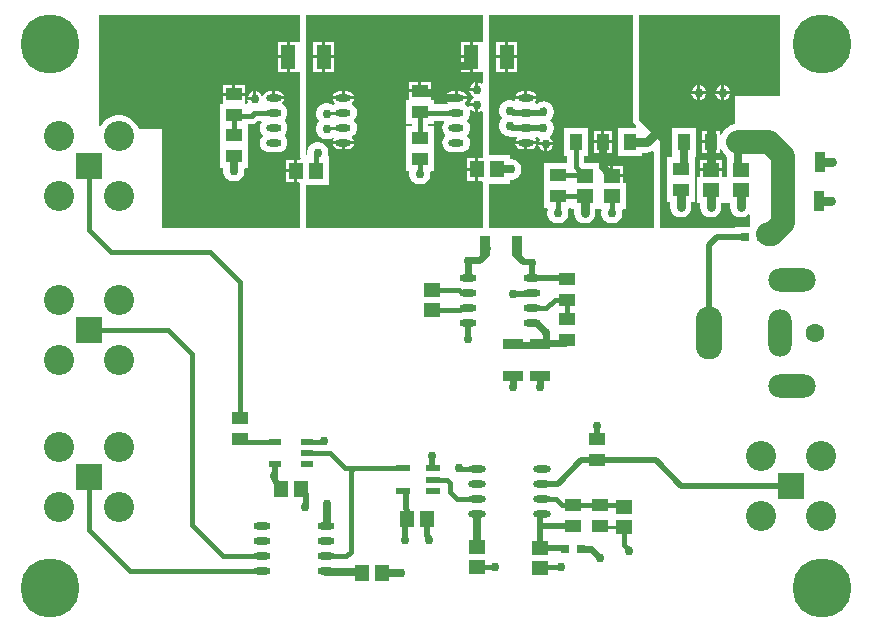
<source format=gtl>
G04*
G04 #@! TF.GenerationSoftware,Altium Limited,Altium Designer,21.9.2 (33)*
G04*
G04 Layer_Physical_Order=1*
G04 Layer_Color=255*
%FSLAX25Y25*%
%MOIN*%
G70*
G04*
G04 #@! TF.SameCoordinates,5B497BFC-61BE-4FA5-8299-24AFF7FDC4DC*
G04*
G04*
G04 #@! TF.FilePolarity,Positive*
G04*
G01*
G75*
%ADD15R,0.02559X0.02756*%
%ADD16R,0.03642X0.06693*%
%ADD17R,0.06693X0.03642*%
%ADD18R,0.05512X0.04724*%
%ADD19R,0.04724X0.05512*%
%ADD20R,0.05315X0.03937*%
%ADD21R,0.03937X0.05512*%
%ADD22R,0.12795X0.05512*%
%ADD23O,0.05709X0.02362*%
%ADD24R,0.03937X0.02362*%
%ADD25R,0.04921X0.02362*%
%ADD26O,0.05906X0.02362*%
%ADD27R,0.04921X0.07874*%
%ADD28O,0.05118X0.02362*%
%ADD48C,0.03000*%
%ADD49C,0.02200*%
%ADD50C,0.01500*%
%ADD51C,0.02000*%
%ADD52C,0.08000*%
%ADD53C,0.02500*%
%ADD54C,0.01000*%
%ADD55R,0.08858X0.08858*%
%ADD56C,0.10039*%
%ADD57C,0.19685*%
%ADD58O,0.08858X0.17717*%
%ADD59O,0.07874X0.15748*%
%ADD60O,0.15748X0.07874*%
%ADD61C,0.06299*%
%ADD62C,0.03000*%
G36*
X155961Y194165D02*
X155555Y193937D01*
X155461Y193937D01*
X152594D01*
Y189000D01*
X152094D01*
D01*
X152594D01*
Y184063D01*
X155461D01*
X155555Y184063D01*
X155961Y183835D01*
Y180228D01*
X155499Y180037D01*
X155416Y180119D01*
X154500Y180499D01*
Y178000D01*
X154000D01*
Y177500D01*
X151501D01*
X151881Y176584D01*
X152584Y175881D01*
X152899Y175750D01*
Y175250D01*
X152584Y175119D01*
X151881Y174416D01*
X151501Y173500D01*
X154000D01*
Y173000D01*
X154500D01*
Y170501D01*
X155416Y170881D01*
X155499Y170963D01*
X155961Y170772D01*
Y156256D01*
X156060Y155756D01*
X155707Y155256D01*
X154461D01*
Y151500D01*
Y147744D01*
X155707D01*
X156060Y147244D01*
X155961Y146744D01*
Y132000D01*
X97000D01*
Y146244D01*
X104709D01*
Y155756D01*
X104701D01*
X104396Y156153D01*
X104500Y156539D01*
Y157461D01*
X104262Y158351D01*
X103801Y159149D01*
X103149Y159801D01*
X102351Y160261D01*
X101461Y160500D01*
X100539D01*
X99649Y160261D01*
X98851Y159801D01*
X98199Y159149D01*
X97738Y158351D01*
X97500Y157461D01*
Y156629D01*
X97298Y156391D01*
X97067Y156222D01*
X97000Y156239D01*
Y203000D01*
X155961D01*
Y194165D01*
D02*
G37*
G36*
X255000Y176000D02*
X240000D01*
Y166539D01*
X239879Y166527D01*
X238748Y166184D01*
X237706Y165627D01*
X237392Y165370D01*
X237087D01*
Y165119D01*
X236792Y164877D01*
X236042Y163964D01*
X235485Y162921D01*
X235469Y162867D01*
X234968Y162941D01*
Y164370D01*
X232500D01*
Y160614D01*
Y156858D01*
X234968D01*
Y158287D01*
X235469Y158361D01*
X235485Y158307D01*
X236042Y157265D01*
X236792Y156351D01*
X236885Y156275D01*
X237087Y155858D01*
D01*
X237244Y155412D01*
Y149044D01*
X236756Y149016D01*
X236744Y149016D01*
X235756D01*
Y150847D01*
X228244D01*
Y149016D01*
X227244D01*
Y140291D01*
X228470D01*
Y139000D01*
X228500Y138771D01*
Y138539D01*
X228560Y138316D01*
X228590Y138086D01*
X228679Y137873D01*
X228738Y137649D01*
X228854Y137449D01*
X228943Y137235D01*
X229084Y137051D01*
X229199Y136851D01*
X229363Y136687D01*
X229504Y136504D01*
X229687Y136363D01*
X229851Y136199D01*
X230051Y136084D01*
X230235Y135943D01*
X230449Y135854D01*
X230649Y135739D01*
X230873Y135679D01*
X231086Y135590D01*
X231316Y135560D01*
X231539Y135500D01*
X231771D01*
X232000Y135470D01*
X232229Y135500D01*
X232461D01*
X232684Y135560D01*
X232914Y135590D01*
X233127Y135679D01*
X233351Y135739D01*
X233551Y135854D01*
X233765Y135943D01*
X233949Y136084D01*
X234149Y136199D01*
X234313Y136363D01*
X234496Y136504D01*
X234637Y136687D01*
X234801Y136851D01*
X234916Y137051D01*
X235057Y137235D01*
X235146Y137449D01*
X235262Y137649D01*
X235321Y137873D01*
X235410Y138086D01*
X235440Y138316D01*
X235500Y138539D01*
Y138771D01*
X235530Y139000D01*
Y140291D01*
X236744D01*
X236756Y140291D01*
X237244D01*
X237256Y140291D01*
X238470D01*
Y139000D01*
X238500Y138771D01*
Y138539D01*
X238560Y138316D01*
X238590Y138086D01*
X238679Y137873D01*
X238738Y137649D01*
X238854Y137449D01*
X238943Y137235D01*
X239084Y137051D01*
X239199Y136851D01*
X239363Y136687D01*
X239504Y136504D01*
X239687Y136363D01*
X239851Y136199D01*
X240051Y136084D01*
X240235Y135943D01*
X240449Y135854D01*
X240649Y135739D01*
X240873Y135679D01*
X241086Y135590D01*
X241316Y135560D01*
X241539Y135500D01*
X241771D01*
X242000Y135470D01*
X242229Y135500D01*
X242461D01*
X242684Y135560D01*
X242914Y135590D01*
X243127Y135679D01*
X243351Y135739D01*
X243551Y135854D01*
X243765Y135943D01*
X243949Y136084D01*
X244149Y136199D01*
X244313Y136363D01*
X244496Y136504D01*
X244500Y136509D01*
X245000Y136339D01*
Y132378D01*
X240063D01*
Y132026D01*
X234000D01*
X233803Y132000D01*
X215000D01*
X215000Y161000D01*
X208000Y168000D01*
Y203000D01*
X255000D01*
Y176000D01*
D02*
G37*
G36*
X205961Y168000D02*
X206116Y167220D01*
X206558Y166558D01*
X207000Y166116D01*
Y165370D01*
X201087D01*
Y155858D01*
X209024D01*
Y157084D01*
X210614D01*
X211528Y157204D01*
X212379Y157557D01*
X212512Y157659D01*
X212961Y157438D01*
X212961Y132000D01*
X158000D01*
Y146744D01*
X165016D01*
Y148000D01*
X165768D01*
X166658Y148239D01*
X167456Y148699D01*
X168108Y149351D01*
X168569Y150149D01*
X168807Y151039D01*
Y151961D01*
X168569Y152851D01*
X168108Y153649D01*
X167456Y154301D01*
X166658Y154762D01*
X165768Y155000D01*
X165016D01*
Y156256D01*
X158000D01*
Y203000D01*
X205961D01*
Y168000D01*
D02*
G37*
G36*
X94961Y194165D02*
X94555Y193937D01*
X94461Y193937D01*
X91594D01*
Y189000D01*
Y184063D01*
X94461D01*
X94555Y184063D01*
X94961Y183835D01*
Y156239D01*
X94990Y156093D01*
X94982Y155945D01*
X95067Y155707D01*
X95116Y155459D01*
X95199Y155335D01*
X95227Y155256D01*
X95117Y154985D01*
X94971Y154756D01*
X94153D01*
Y151000D01*
X93654D01*
D01*
X94153D01*
Y147244D01*
X94707D01*
X95060Y146744D01*
X94961Y146244D01*
Y132000D01*
X49000D01*
Y165000D01*
X41252D01*
X40899Y165850D01*
X40131Y167000D01*
X39153Y167978D01*
X38004Y168746D01*
X36726Y169275D01*
X35370Y169545D01*
X33987D01*
X32631Y169275D01*
X31354Y168746D01*
X30204Y167978D01*
X29226Y167000D01*
X28500Y165913D01*
X28307Y165914D01*
X28000Y166046D01*
Y203000D01*
X94961D01*
Y194165D01*
D02*
G37*
%LPC*%
G36*
X151594Y193937D02*
X148634D01*
Y189500D01*
X151594D01*
Y193937D01*
D02*
G37*
G36*
X106366D02*
X103405D01*
Y189500D01*
X106366D01*
Y193937D01*
D02*
G37*
G36*
X102406D02*
X99445D01*
Y189500D01*
X102406D01*
Y193937D01*
D02*
G37*
G36*
X106366Y188500D02*
X103405D01*
Y184063D01*
X106366D01*
Y188500D01*
D02*
G37*
G36*
X102406D02*
X99445D01*
Y184063D01*
X102406D01*
Y188500D01*
D02*
G37*
G36*
X151594Y188500D02*
X148634D01*
Y184063D01*
X151594D01*
Y188500D01*
D02*
G37*
G36*
X153500Y180499D02*
X152584Y180119D01*
X151881Y179416D01*
X151501Y178500D01*
X153500D01*
Y180499D01*
D02*
G37*
G36*
X138657Y180717D02*
X135500D01*
Y178248D01*
X138657D01*
Y180717D01*
D02*
G37*
G36*
X134500D02*
X131342D01*
Y178248D01*
X134500D01*
Y180717D01*
D02*
G37*
G36*
X148496Y177574D02*
X147618D01*
Y175850D01*
X150620D01*
X150551Y176201D01*
X150069Y176923D01*
X149347Y177405D01*
X148496Y177574D01*
D02*
G37*
G36*
X146618D02*
X145740D01*
X144889Y177405D01*
X144168Y176923D01*
X143686Y176201D01*
X143616Y175850D01*
X146618D01*
Y177574D01*
D02*
G37*
G36*
X110843D02*
X109965D01*
Y175850D01*
X112967D01*
X112897Y176201D01*
X112415Y176923D01*
X111694Y177405D01*
X110843Y177574D01*
D02*
G37*
G36*
X108965D02*
X108087D01*
X107236Y177405D01*
X106514Y176923D01*
X106032Y176201D01*
X105962Y175850D01*
X108965D01*
Y177574D01*
D02*
G37*
G36*
X112967Y174850D02*
X109465D01*
X105962D01*
X106032Y174499D01*
X106514Y173778D01*
X106660Y173680D01*
X106611Y173183D01*
X106482Y173129D01*
X106183Y172899D01*
X105978D01*
X105351Y173261D01*
X104461Y173500D01*
X103539D01*
X102649Y173261D01*
X101851Y172801D01*
X101199Y172149D01*
X100739Y171351D01*
X100500Y170461D01*
Y169539D01*
X100739Y168649D01*
X101199Y167851D01*
X101550Y167500D01*
X101199Y167149D01*
X100739Y166351D01*
X100500Y165461D01*
Y164539D01*
X100739Y163649D01*
X101199Y162851D01*
X101851Y162199D01*
X102649Y161739D01*
X103539Y161500D01*
X104461D01*
X105351Y161739D01*
X106065Y162151D01*
X106327Y161974D01*
X106447Y161823D01*
X106032Y161201D01*
X105962Y160850D01*
X109465D01*
X112967D01*
X112897Y161201D01*
X112415Y161923D01*
X112269Y162021D01*
X112318Y162518D01*
X112447Y162572D01*
X113111Y163082D01*
X113621Y163746D01*
X113942Y164520D01*
X114051Y165350D01*
X113942Y166181D01*
X113621Y166955D01*
X113192Y167514D01*
X113144Y167850D01*
X113192Y168187D01*
X113621Y168746D01*
X113942Y169520D01*
X114051Y170350D01*
X113942Y171181D01*
X113621Y171955D01*
X113111Y172619D01*
X112447Y173129D01*
X112318Y173183D01*
X112269Y173680D01*
X112415Y173778D01*
X112897Y174499D01*
X112967Y174850D01*
D02*
G37*
G36*
X138657Y177248D02*
X135000D01*
X131342D01*
X131342Y174779D01*
X130904Y174630D01*
X130342D01*
Y166693D01*
X132226D01*
Y165969D01*
X130342D01*
Y158031D01*
Y150945D01*
X131219D01*
X131523Y150548D01*
X131500Y150461D01*
Y149539D01*
X131738Y148649D01*
X132199Y147851D01*
X132851Y147199D01*
X133649Y146739D01*
X134539Y146500D01*
X135461D01*
X136351Y146739D01*
X137149Y147199D01*
X137801Y147851D01*
X138261Y148649D01*
X138500Y149539D01*
Y150461D01*
X138477Y150548D01*
X138781Y150945D01*
X139657D01*
Y158031D01*
Y165969D01*
X137774D01*
Y166693D01*
X139657D01*
Y167577D01*
X142874D01*
X143095Y167128D01*
X142962Y166955D01*
X142641Y166181D01*
X142532Y165350D01*
X142641Y164520D01*
X142962Y163746D01*
X143471Y163082D01*
Y162619D01*
X142962Y161955D01*
X142641Y161181D01*
X142532Y160350D01*
X142641Y159520D01*
X142962Y158746D01*
X143471Y158082D01*
X144136Y157572D01*
X144910Y157251D01*
X145740Y157142D01*
X148496D01*
X149327Y157251D01*
X150100Y157572D01*
X150765Y158082D01*
X151275Y158746D01*
X151595Y159520D01*
X151705Y160350D01*
X151595Y161181D01*
X151275Y161955D01*
X150765Y162619D01*
Y163082D01*
X151275Y163746D01*
X151595Y164520D01*
X151705Y165350D01*
X151595Y166181D01*
X151275Y166955D01*
X150765Y167619D01*
Y168082D01*
X151275Y168746D01*
X151595Y169520D01*
X151705Y170350D01*
X151598Y171159D01*
X151630Y171197D01*
X152040Y171425D01*
X152584Y170881D01*
X153500Y170501D01*
Y172500D01*
X151501D01*
X151518Y172459D01*
X151082Y172206D01*
X150765Y172619D01*
X150100Y173129D01*
X149971Y173183D01*
X149922Y173680D01*
X150069Y173778D01*
X150551Y174499D01*
X150620Y174850D01*
X147118D01*
X143616D01*
X143686Y174499D01*
X144168Y173778D01*
X144314Y173680D01*
X144265Y173183D01*
X144136Y173129D01*
X144129Y173124D01*
X139657D01*
Y174630D01*
X139095D01*
X138657Y174779D01*
X138657Y175130D01*
Y177248D01*
D02*
G37*
G36*
X112967Y159850D02*
X109965D01*
Y158127D01*
X110843D01*
X111694Y158296D01*
X112415Y158778D01*
X112897Y159499D01*
X112967Y159850D01*
D02*
G37*
G36*
X108965D02*
X105962D01*
X106032Y159499D01*
X106514Y158778D01*
X107236Y158296D01*
X108087Y158127D01*
X108965D01*
Y159850D01*
D02*
G37*
G36*
X153461Y155256D02*
X150599D01*
Y152000D01*
X153461D01*
Y155256D01*
D02*
G37*
G36*
Y151000D02*
X150599D01*
Y147744D01*
X153461D01*
Y151000D01*
D02*
G37*
G36*
X236500Y179499D02*
Y177500D01*
X238499D01*
X238119Y178416D01*
X237416Y179119D01*
X236500Y179499D01*
D02*
G37*
G36*
X235500D02*
X234584Y179119D01*
X233881Y178416D01*
X233501Y177500D01*
X235500D01*
Y179499D01*
D02*
G37*
G36*
X228500D02*
Y177500D01*
X230499D01*
X230119Y178416D01*
X229416Y179119D01*
X228500Y179499D01*
D02*
G37*
G36*
X227500D02*
X226584Y179119D01*
X225881Y178416D01*
X225501Y177500D01*
X227500D01*
Y179499D01*
D02*
G37*
G36*
X238499Y176500D02*
X236500D01*
Y174501D01*
X237416Y174881D01*
X238119Y175584D01*
X238499Y176500D01*
D02*
G37*
G36*
X235500D02*
X233501D01*
X233881Y175584D01*
X234584Y174881D01*
X235500Y174501D01*
Y176500D01*
D02*
G37*
G36*
X230499D02*
X228500D01*
Y174501D01*
X229416Y174881D01*
X230119Y175584D01*
X230499Y176500D01*
D02*
G37*
G36*
X227500D02*
X225501D01*
X225881Y175584D01*
X226584Y174881D01*
X227500Y174501D01*
Y176500D01*
D02*
G37*
G36*
X231500Y164370D02*
X229031D01*
Y161114D01*
X231500D01*
Y164370D01*
D02*
G37*
G36*
Y160114D02*
X229031D01*
Y156858D01*
X231500D01*
Y160114D01*
D02*
G37*
G36*
X235756Y154709D02*
X232500D01*
Y151847D01*
X235756D01*
Y154709D01*
D02*
G37*
G36*
X231500D02*
X228244D01*
Y151847D01*
X231500D01*
Y154709D01*
D02*
G37*
G36*
X226913Y165370D02*
X218976D01*
Y155858D01*
X218620Y155512D01*
X217342D01*
Y147575D01*
Y140488D01*
X218470D01*
Y139000D01*
X218500Y138771D01*
Y138539D01*
X218560Y138316D01*
X218590Y138086D01*
X218679Y137873D01*
X218739Y137649D01*
X218854Y137449D01*
X218943Y137235D01*
X219084Y137051D01*
X219199Y136851D01*
X219363Y136687D01*
X219504Y136504D01*
X219687Y136363D01*
X219851Y136199D01*
X220051Y136084D01*
X220235Y135943D01*
X220449Y135854D01*
X220649Y135739D01*
X220873Y135679D01*
X221086Y135590D01*
X221316Y135560D01*
X221539Y135500D01*
X221771D01*
X222000Y135470D01*
X222229Y135500D01*
X222461D01*
X222684Y135560D01*
X222914Y135590D01*
X223127Y135679D01*
X223351Y135739D01*
X223551Y135854D01*
X223765Y135943D01*
X223949Y136084D01*
X224149Y136199D01*
X224313Y136363D01*
X224496Y136504D01*
X224637Y136687D01*
X224801Y136851D01*
X224916Y137051D01*
X225057Y137235D01*
X225146Y137449D01*
X225261Y137649D01*
X225321Y137873D01*
X225410Y138086D01*
X225440Y138316D01*
X225500Y138539D01*
Y138771D01*
X225530Y139000D01*
Y140488D01*
X226658D01*
Y147575D01*
Y155512D01*
X226913Y155858D01*
X226913D01*
Y165370D01*
D02*
G37*
G36*
X167366Y193937D02*
X164406D01*
Y189500D01*
X167366D01*
Y193937D01*
D02*
G37*
G36*
X163406D02*
X160445D01*
Y189500D01*
X163406D01*
Y193937D01*
D02*
G37*
G36*
X167366Y188500D02*
X164406D01*
Y184063D01*
X167366D01*
Y188500D01*
D02*
G37*
G36*
X163406D02*
X160445D01*
Y184063D01*
X163406D01*
Y188500D01*
D02*
G37*
G36*
X171724Y177574D02*
X170846D01*
Y175850D01*
X173849D01*
X173779Y176201D01*
X173297Y176923D01*
X172575Y177405D01*
X171724Y177574D01*
D02*
G37*
G36*
X169846D02*
X168968D01*
X168117Y177405D01*
X167396Y176923D01*
X166914Y176201D01*
X166844Y175850D01*
X169846D01*
Y177574D01*
D02*
G37*
G36*
X173849Y174850D02*
X170346D01*
X166844D01*
X166911Y174516D01*
X166869Y174456D01*
X166547Y174148D01*
X166351Y174261D01*
X165461Y174500D01*
X164539D01*
X163649Y174261D01*
X162851Y173801D01*
X162199Y173149D01*
X161739Y172351D01*
X161500Y171461D01*
Y170539D01*
X161739Y169649D01*
X162199Y168851D01*
X162550Y168500D01*
X162199Y168149D01*
X161739Y167351D01*
X161500Y166461D01*
Y165539D01*
X161739Y164649D01*
X162199Y163851D01*
X162851Y163199D01*
X163649Y162739D01*
X164539Y162500D01*
X164692D01*
X164866Y162428D01*
X165650Y162325D01*
X167109D01*
X167214Y162177D01*
X167330Y161825D01*
X166914Y161201D01*
X166844Y160850D01*
X170346D01*
X173849D01*
X173779Y161201D01*
X173383Y161793D01*
X173574Y162293D01*
X174317D01*
X174779Y162026D01*
X174857Y162005D01*
X174987Y161522D01*
X174881Y161416D01*
X174501Y160500D01*
X179499D01*
X179119Y161416D01*
X178499Y162037D01*
X178420Y162198D01*
X178442Y162650D01*
X178930Y163139D01*
X179391Y163937D01*
X179630Y164827D01*
Y165749D01*
X179391Y166639D01*
X178930Y167437D01*
X178419Y167948D01*
X178910Y168440D01*
X179371Y169238D01*
X179609Y170128D01*
Y171049D01*
X179371Y171940D01*
X179332Y172006D01*
X179063Y172656D01*
X178582Y173283D01*
X177956Y173764D01*
X177226Y174066D01*
X176443Y174169D01*
X175830Y174089D01*
X175649D01*
X174759Y173850D01*
X173960Y173389D01*
X173594Y173475D01*
X173413Y173952D01*
X173779Y174499D01*
X173849Y174850D01*
D02*
G37*
G36*
X198969Y164370D02*
X196500D01*
Y161114D01*
X198969D01*
Y164370D01*
D02*
G37*
G36*
X195500D02*
X193032D01*
Y161114D01*
X195500D01*
Y164370D01*
D02*
G37*
G36*
X173849Y159850D02*
X170846D01*
Y158127D01*
X171724D01*
X172575Y158296D01*
X173297Y158778D01*
X173779Y159499D01*
X173849Y159850D01*
D02*
G37*
G36*
X169846D02*
X166844D01*
X166914Y159499D01*
X167396Y158778D01*
X168117Y158296D01*
X168968Y158127D01*
X169846D01*
Y159850D01*
D02*
G37*
G36*
X179499Y159500D02*
X177500D01*
Y157501D01*
X178416Y157881D01*
X179119Y158584D01*
X179499Y159500D01*
D02*
G37*
G36*
X176500D02*
X174501D01*
X174881Y158584D01*
X175584Y157881D01*
X176500Y157501D01*
Y159500D01*
D02*
G37*
G36*
X198969Y160114D02*
X196500D01*
Y156858D01*
X198969D01*
Y160114D01*
D02*
G37*
G36*
X195500D02*
X193032D01*
Y156858D01*
X195500D01*
Y160114D01*
D02*
G37*
G36*
X202756Y152709D02*
X199500D01*
Y149846D01*
X202756D01*
Y152709D01*
D02*
G37*
G36*
X190913Y165370D02*
X182976D01*
Y155858D01*
X184171D01*
Y153512D01*
X176342D01*
Y145575D01*
Y138488D01*
X177262D01*
X177641Y137988D01*
X177500Y137461D01*
Y136539D01*
X177738Y135649D01*
X178199Y134851D01*
X178851Y134199D01*
X179649Y133739D01*
X180539Y133500D01*
X181461D01*
X182351Y133739D01*
X183149Y134199D01*
X183801Y134851D01*
X184262Y135649D01*
X184500Y136539D01*
Y137461D01*
X184359Y137988D01*
X184738Y138488D01*
X185244D01*
Y138291D01*
X186470D01*
Y137000D01*
X186500Y136771D01*
Y136539D01*
X186560Y136316D01*
X186590Y136086D01*
X186679Y135873D01*
X186739Y135649D01*
X186854Y135449D01*
X186943Y135235D01*
X187084Y135051D01*
X187199Y134851D01*
X187363Y134687D01*
X187504Y134504D01*
X187687Y134363D01*
X187851Y134199D01*
X188051Y134084D01*
X188235Y133943D01*
X188449Y133854D01*
X188649Y133739D01*
X188873Y133679D01*
X189086Y133590D01*
X189316Y133560D01*
X189539Y133500D01*
X189771D01*
X190000Y133470D01*
X190229Y133500D01*
X190461D01*
X190684Y133560D01*
X190914Y133590D01*
X191127Y133679D01*
X191351Y133739D01*
X191551Y133854D01*
X191765Y133943D01*
X191949Y134084D01*
X192149Y134199D01*
X192313Y134363D01*
X192496Y134504D01*
X192637Y134687D01*
X192801Y134851D01*
X192916Y135051D01*
X193057Y135235D01*
X193146Y135449D01*
X193262Y135649D01*
X193321Y135873D01*
X193410Y136086D01*
X193440Y136316D01*
X193500Y136539D01*
Y136771D01*
X193530Y137000D01*
Y138291D01*
X195312D01*
X195616Y137895D01*
X195500Y137461D01*
Y136539D01*
X195738Y135649D01*
X196199Y134851D01*
X196851Y134199D01*
X197649Y133739D01*
X198539Y133500D01*
X199461D01*
X200351Y133739D01*
X201149Y134199D01*
X201801Y134851D01*
X202261Y135649D01*
X202500Y136539D01*
Y137461D01*
X202384Y137895D01*
X202688Y138291D01*
X203756D01*
Y147016D01*
X202756D01*
Y148846D01*
X199000D01*
Y149346D01*
X198500D01*
Y152709D01*
X195244D01*
Y152709D01*
X194756Y152737D01*
Y153709D01*
X189719D01*
Y155858D01*
X190913D01*
Y165370D01*
D02*
G37*
G36*
X90595Y193937D02*
X87634D01*
Y189500D01*
X90595D01*
Y193937D01*
D02*
G37*
G36*
Y188500D02*
X87634D01*
Y184063D01*
X90595D01*
Y188500D01*
D02*
G37*
G36*
X76657Y179512D02*
X73500D01*
Y177043D01*
X76657D01*
Y179512D01*
D02*
G37*
G36*
X72500D02*
X69342D01*
Y177043D01*
X72500D01*
Y179512D01*
D02*
G37*
G36*
X85736Y177574D02*
X84858D01*
X84007Y177405D01*
X83286Y176923D01*
X82804Y176201D01*
X82786Y176113D01*
X82266Y176062D01*
X82119Y176416D01*
X81416Y177119D01*
X80500Y177499D01*
Y175000D01*
X80000D01*
Y174500D01*
X77501D01*
X77756Y173884D01*
X77405Y173425D01*
X77292Y173425D01*
X77096D01*
X76657Y173575D01*
X76657Y173925D01*
Y176043D01*
X73000D01*
X69342D01*
X69342Y173575D01*
X68905Y173425D01*
X68343D01*
Y165488D01*
Y159118D01*
Y152032D01*
X69242D01*
X69547Y151635D01*
X69500Y151461D01*
Y150539D01*
X69739Y149649D01*
X70199Y148851D01*
X70851Y148199D01*
X71649Y147739D01*
X72539Y147500D01*
X73461D01*
X74351Y147739D01*
X75149Y148199D01*
X75801Y148851D01*
X76262Y149649D01*
X76500Y150539D01*
Y151461D01*
X76453Y151635D01*
X76758Y152032D01*
X77658D01*
Y159118D01*
Y165488D01*
Y166640D01*
X78878D01*
X79596Y166735D01*
X80265Y167012D01*
X80840Y167453D01*
X80964Y167577D01*
X81992D01*
X82213Y167128D01*
X82080Y166955D01*
X81759Y166181D01*
X81650Y165350D01*
X81759Y164520D01*
X82080Y163746D01*
X82590Y163082D01*
Y162619D01*
X82080Y161955D01*
X81759Y161181D01*
X81650Y160350D01*
X81759Y159520D01*
X82080Y158746D01*
X82590Y158082D01*
X83254Y157572D01*
X84028Y157251D01*
X84858Y157142D01*
X87614D01*
X88445Y157251D01*
X89218Y157572D01*
X89883Y158082D01*
X90393Y158746D01*
X90713Y159520D01*
X90823Y160350D01*
X90713Y161181D01*
X90393Y161955D01*
X89883Y162619D01*
Y163082D01*
X90393Y163746D01*
X90713Y164520D01*
X90823Y165350D01*
X90713Y166181D01*
X90393Y166955D01*
X89883Y167619D01*
Y168082D01*
X90393Y168746D01*
X90713Y169520D01*
X90823Y170350D01*
X90713Y171181D01*
X90393Y171955D01*
X89883Y172619D01*
X89218Y173129D01*
X89089Y173183D01*
X89040Y173680D01*
X89187Y173778D01*
X89669Y174499D01*
X89739Y174850D01*
X86236D01*
Y175350D01*
X85736D01*
Y177574D01*
D02*
G37*
G36*
X87614D02*
X86736D01*
Y175850D01*
X89739D01*
X89669Y176201D01*
X89187Y176923D01*
X88465Y177405D01*
X87614Y177574D01*
D02*
G37*
G36*
X79500Y177499D02*
X78584Y177119D01*
X77881Y176416D01*
X77501Y175500D01*
X79500D01*
Y177499D01*
D02*
G37*
G36*
X93154Y154756D02*
X90291D01*
Y151500D01*
X93154D01*
Y154756D01*
D02*
G37*
G36*
Y150500D02*
X90291D01*
Y147244D01*
X93154D01*
Y150500D01*
D02*
G37*
%LPD*%
D15*
X248657Y129000D02*
D03*
X243342D02*
D03*
X183343Y25000D02*
D03*
X188657D02*
D03*
D16*
X268000Y141000D02*
D03*
X257272D02*
D03*
X156636Y126000D02*
D03*
X167364D02*
D03*
X268364Y154000D02*
D03*
X257636D02*
D03*
D17*
X166000Y82636D02*
D03*
Y93364D02*
D03*
X175000Y82636D02*
D03*
Y93364D02*
D03*
D18*
X242000Y151347D02*
D03*
Y144653D02*
D03*
X203197Y38890D02*
D03*
Y32197D02*
D03*
X154000Y25693D02*
D03*
Y19000D02*
D03*
X175000Y25346D02*
D03*
Y18654D02*
D03*
X139134Y111173D02*
D03*
Y104480D02*
D03*
X199000Y149346D02*
D03*
Y142654D02*
D03*
X190000Y149346D02*
D03*
Y142654D02*
D03*
X232000Y151347D02*
D03*
Y144653D02*
D03*
D19*
X100347Y151000D02*
D03*
X93654D02*
D03*
X153961Y151500D02*
D03*
X160654D02*
D03*
X115654Y17000D02*
D03*
X122346D02*
D03*
X95346Y45000D02*
D03*
X88653D02*
D03*
X130654Y35000D02*
D03*
X137346D02*
D03*
D20*
X73000Y163087D02*
D03*
Y156000D02*
D03*
X135000Y162000D02*
D03*
Y154913D02*
D03*
X73000Y176543D02*
D03*
Y169457D02*
D03*
X135000Y177748D02*
D03*
Y170661D02*
D03*
X195000Y39543D02*
D03*
Y32457D02*
D03*
X75000Y68543D02*
D03*
Y61457D02*
D03*
X222000Y151543D02*
D03*
Y144457D02*
D03*
X181000Y142457D02*
D03*
Y149543D02*
D03*
X194000Y61543D02*
D03*
Y54457D02*
D03*
X186000Y39543D02*
D03*
Y32457D02*
D03*
X184000Y108000D02*
D03*
Y115087D02*
D03*
Y94457D02*
D03*
Y101543D02*
D03*
D21*
X186945Y160614D02*
D03*
X196000D02*
D03*
X205055D02*
D03*
X222945D02*
D03*
X232000D02*
D03*
X241055D02*
D03*
D22*
X196000Y187386D02*
D03*
X232000D02*
D03*
D23*
X82272Y32500D02*
D03*
Y27500D02*
D03*
Y22500D02*
D03*
Y17500D02*
D03*
X103728Y32500D02*
D03*
Y27500D02*
D03*
Y22500D02*
D03*
Y17500D02*
D03*
X151020Y115165D02*
D03*
Y110165D02*
D03*
Y105165D02*
D03*
Y100165D02*
D03*
X172476Y115165D02*
D03*
Y110165D02*
D03*
Y105165D02*
D03*
Y100165D02*
D03*
D24*
X86587Y53260D02*
D03*
Y60740D02*
D03*
X97413D02*
D03*
Y57000D02*
D03*
Y53260D02*
D03*
D25*
X139276Y44346D02*
D03*
Y48087D02*
D03*
Y51827D02*
D03*
X129433D02*
D03*
Y44346D02*
D03*
D26*
X175614Y36634D02*
D03*
Y41634D02*
D03*
Y46634D02*
D03*
Y51634D02*
D03*
X153961Y36634D02*
D03*
Y41634D02*
D03*
Y46634D02*
D03*
Y51634D02*
D03*
D27*
X163906Y189000D02*
D03*
X152094D02*
D03*
X91094D02*
D03*
X102905D02*
D03*
D28*
X170346Y160350D02*
D03*
Y165350D02*
D03*
Y170350D02*
D03*
Y175350D02*
D03*
X147118Y160350D02*
D03*
Y165350D02*
D03*
Y170350D02*
D03*
Y175350D02*
D03*
X109465Y160350D02*
D03*
Y165350D02*
D03*
Y170350D02*
D03*
Y175350D02*
D03*
X86236Y160350D02*
D03*
Y165350D02*
D03*
Y170350D02*
D03*
Y175350D02*
D03*
D48*
X215803Y170803D02*
X229847D01*
X214000Y164000D02*
Y169000D01*
X215803Y170803D01*
X268364Y154000D02*
X272439D01*
X268000Y141000D02*
X272075D01*
X222000Y139000D02*
Y144457D01*
X232000Y139000D02*
Y144653D01*
X190000Y137000D02*
Y142654D01*
X242000Y139000D02*
Y144653D01*
X232000Y151347D02*
Y160614D01*
Y168650D01*
X229847Y170803D02*
X232000Y168650D01*
X210614Y160614D02*
X214000Y164000D01*
X205055Y160614D02*
X210614D01*
D49*
X175000Y79000D02*
Y82636D01*
X166000Y79000D02*
Y82636D01*
X156899Y124671D02*
X157357Y125129D01*
X156899Y123246D02*
Y124671D01*
X154807Y121153D02*
X156899Y123246D01*
X176000Y94085D02*
X177000D01*
X176847Y97153D02*
Y97424D01*
X177000Y94085D02*
Y97000D01*
X174106Y100165D02*
X176847Y97424D01*
Y97153D02*
X177000Y97000D01*
X172476Y100165D02*
X174106D01*
X175000Y93364D02*
X175364Y93728D01*
X168491Y93023D02*
X175000D01*
X175704D01*
X176983Y93753D02*
X183296D01*
X184000Y94457D01*
X168465Y92997D02*
X168491Y93023D01*
X188657Y25000D02*
X192000D01*
X195000Y22000D01*
X151000Y115185D02*
X151010Y115195D01*
Y120990D01*
X151000Y121000D02*
X151010Y120990D01*
X151153Y121153D02*
X154807D01*
X151000Y121000D02*
X151153Y121153D01*
D50*
X195000Y39543D02*
X202543D01*
X186000Y39572D02*
X194972D01*
X202543Y39543D02*
X203197Y38890D01*
X182428Y39572D02*
X186000D01*
X175614Y41634D02*
X180366D01*
X182428Y39572D01*
X203000Y26406D02*
Y32000D01*
Y26406D02*
X204606Y24800D01*
Y24394D02*
Y24800D01*
X148000Y51730D02*
X153864D01*
X199000Y137000D02*
Y142654D01*
X145000Y44000D02*
X147366Y41634D01*
X153961D01*
X145000Y44000D02*
Y47000D01*
X135000Y150000D02*
Y154913D01*
X181000Y142457D02*
X189803D01*
X190000Y142654D01*
X181000Y137000D02*
Y142457D01*
Y149543D02*
X189409D01*
X189606Y149346D01*
X187744Y151209D02*
X189409Y149543D01*
X186945Y152402D02*
X187744Y151602D01*
X186945Y152402D02*
Y160614D01*
X189606Y149346D02*
X190000D01*
X187744Y151209D02*
Y151602D01*
X241055Y152291D02*
X242000Y151347D01*
X184000Y101543D02*
Y108000D01*
X175347Y19000D02*
X182000D01*
X65000Y124000D02*
X75000Y114000D01*
Y68543D02*
Y114000D01*
X97413Y60740D02*
X102740D01*
X180000Y108000D02*
X184000D01*
X177165Y105165D02*
X180000Y108000D01*
X172476Y105165D02*
X177165D01*
X24679Y131321D02*
Y152525D01*
X32000Y124000D02*
X65000D01*
X24679Y131321D02*
X32000Y124000D01*
X75717Y60740D02*
X86587D01*
X75000Y61457D02*
X75717Y60740D01*
X97413Y57000D02*
X105000D01*
X110173Y51827D02*
X112827D01*
X105000Y57000D02*
X110173Y51827D01*
X112827D02*
X129433D01*
X24791Y98000D02*
X51000D01*
X24679Y97888D02*
X24791Y98000D01*
X51000D02*
X59000Y90000D01*
Y33000D02*
Y90000D01*
Y33000D02*
X69500Y22500D01*
X82272D01*
X24679Y31321D02*
Y48996D01*
X38500Y17500D02*
X82272D01*
X24679Y31321D02*
X38500Y17500D01*
X154000Y19000D02*
X160000D01*
X100347Y151000D02*
Y155805D01*
X73000Y163087D02*
Y169457D01*
X73043Y169414D01*
X78878D01*
X79815Y170350D02*
X86236D01*
X78878Y169414D02*
X79815Y170350D01*
X103728Y22500D02*
X110500D01*
X112000Y24000D01*
Y51000D01*
X112827Y51827D01*
X143913Y48087D02*
X145000Y47000D01*
X139276Y48087D02*
X143913D01*
X148293Y104480D02*
X148978Y105165D01*
X139134Y104480D02*
X148293D01*
X148978Y105165D02*
X151020D01*
X139134Y111173D02*
X147970D01*
X148978Y110165D01*
X151020D01*
X135311Y170350D02*
X147118D01*
X135000Y162000D02*
Y170661D01*
D51*
X194000Y61543D02*
Y66000D01*
X221898Y46102D02*
X258577D01*
X213543Y54457D02*
X221898Y46102D01*
X194000Y54457D02*
X213543D01*
X188823D02*
X194000D01*
X181000Y46634D02*
X188823Y54457D01*
X175614Y46634D02*
X181000D01*
X234000Y129000D02*
X243342D01*
X231378Y97000D02*
Y126378D01*
X234000Y129000D01*
X183063Y25346D02*
X183343Y25067D01*
X175000Y25346D02*
X183063D01*
X183343Y25000D02*
Y25067D01*
X175000Y32000D02*
Y36467D01*
Y25346D02*
Y32000D01*
X175457Y32457D01*
X186000D01*
X175167Y36634D02*
X175614D01*
X175000Y36467D02*
X175167Y36634D01*
X175650Y170350D02*
X176443Y171143D01*
X170346Y170350D02*
X175650D01*
X166191D02*
X170346D01*
X139000Y52102D02*
Y56000D01*
X166807Y123146D02*
X169431Y120522D01*
X169824D02*
X172305D01*
X169431D02*
X169824D01*
X172486Y115175D02*
X172535Y115126D01*
X172486Y120321D02*
X172496Y120331D01*
X172476Y115165D02*
X172486Y115175D01*
Y120321D01*
X172535Y115126D02*
X183961D01*
X172516D02*
X172535D01*
X172476Y115165D02*
X172516Y115126D01*
X183961D02*
X184000Y115087D01*
X151010Y100155D02*
X151020Y100165D01*
X151010Y95010D02*
Y100155D01*
X151000Y95000D02*
X151010Y95010D01*
X86587Y47461D02*
Y53260D01*
X138000Y28000D02*
Y28541D01*
X137346Y29195D02*
X138000Y28541D01*
X137346Y29195D02*
Y35000D01*
X166096Y110096D02*
X172407D01*
X166000Y110000D02*
X166096Y110096D01*
X130000Y28000D02*
Y34347D01*
X172407Y110096D02*
X172476Y110165D01*
X166807Y123146D02*
X167201D01*
X169824Y120522D01*
X172305D02*
X172496Y120331D01*
X96778Y38955D02*
X97000Y39178D01*
Y43347D01*
X95346Y45000D02*
X97000Y43347D01*
X86587Y47461D02*
X88653Y45394D01*
Y45000D02*
Y45394D01*
X130000Y34347D02*
X130654Y35000D01*
X129819Y44346D02*
X130500Y43665D01*
Y38153D02*
X130654Y38000D01*
X129433Y44346D02*
X129819D01*
X130500Y38153D02*
Y43665D01*
X165000Y171000D02*
X165541D01*
X166191Y170350D01*
X165000Y166000D02*
X165650Y165350D01*
X170346D01*
X170378Y165319D01*
X176098D01*
X176130Y165288D01*
X95000Y45347D02*
X95346Y45000D01*
D52*
X256000Y133686D02*
Y155928D01*
X252314Y130000D02*
X256000Y133686D01*
X251000Y130000D02*
X252314D01*
X251314Y160614D02*
X256000Y155928D01*
X241055Y160614D02*
X251314D01*
D53*
X241055Y152291D02*
Y160614D01*
X222226Y151543D02*
X222945Y152262D01*
X222000Y151543D02*
X222226D01*
X222945Y152262D02*
Y160614D01*
X197494Y150459D02*
Y150852D01*
X196000Y152347D02*
X197494Y150852D01*
X196000Y152347D02*
Y160614D01*
X198606Y149346D02*
X199000D01*
X197494Y150459D02*
X198606Y149346D01*
X197841Y187386D02*
X199346Y188892D01*
X196000Y187386D02*
X197841D01*
X153961Y36634D02*
X154000Y36595D01*
Y32000D02*
Y36595D01*
Y25693D02*
Y32000D01*
X160654Y151500D02*
X165307D01*
X108683Y17431D02*
X113569D01*
X103797D02*
X108683D01*
X122346Y17000D02*
X128654D01*
X104000Y32772D02*
Y40000D01*
X103728Y17500D02*
X103797Y17431D01*
X113569D02*
X114000Y17000D01*
X73000Y151000D02*
Y156000D01*
X141000Y177000D02*
Y182000D01*
X145000Y186000D01*
X151094D01*
X135000Y177748D02*
X135748Y177000D01*
X141000D01*
X142650Y175350D02*
X147118D01*
X141000Y177000D02*
X142650Y175350D01*
D54*
X139000Y52102D02*
X139276Y51827D01*
X175000Y18654D02*
X175347Y19000D01*
X203000Y32000D02*
X203197Y32197D01*
X147730Y51730D02*
X148000Y52000D01*
X153864Y51730D02*
X153961Y51634D01*
X102740Y60740D02*
X103000Y61000D01*
X151000Y115185D02*
X151020Y115165D01*
X103728Y32500D02*
X104000Y32772D01*
X195000Y32457D02*
X195260Y32197D01*
X203197D01*
X101000Y156459D02*
Y157000D01*
X100347Y155805D02*
X101000Y156459D01*
X104350Y170350D02*
X109465D01*
X104000Y170000D02*
X104350Y170350D01*
X109289Y165175D02*
X109465Y165350D01*
X104175Y165175D02*
X109289D01*
X104000Y165000D02*
X104175Y165175D01*
X102905Y187524D02*
Y189000D01*
X162669Y188567D02*
Y190043D01*
X135000Y170661D02*
X135311Y170350D01*
D55*
X24679Y48996D02*
D03*
X258577Y46102D02*
D03*
X24679Y152525D02*
D03*
Y97888D02*
D03*
D56*
X14679Y58996D02*
D03*
Y38996D02*
D03*
X34679D02*
D03*
Y58996D02*
D03*
X268577Y36102D02*
D03*
Y56102D02*
D03*
X248577D02*
D03*
Y36102D02*
D03*
X14679Y162525D02*
D03*
Y142525D02*
D03*
X34679D02*
D03*
Y162525D02*
D03*
Y107888D02*
D03*
Y87888D02*
D03*
X14679D02*
D03*
Y107888D02*
D03*
D57*
X11811Y193189D02*
D03*
Y11811D02*
D03*
X269189Y193189D02*
D03*
Y11811D02*
D03*
D58*
X231378Y97000D02*
D03*
D59*
X255000D02*
D03*
D60*
X258937Y79283D02*
D03*
Y114716D02*
D03*
D61*
X266811Y97000D02*
D03*
D62*
X175000Y79000D02*
D03*
X166000D02*
D03*
X194000Y66000D02*
D03*
X204606Y24394D02*
D03*
X177000Y97000D02*
D03*
X195000Y22000D02*
D03*
X272075Y141000D02*
D03*
X272439Y154000D02*
D03*
X199000Y137000D02*
D03*
X222000Y139000D02*
D03*
X232000D02*
D03*
X139000Y56000D02*
D03*
X135000Y150000D02*
D03*
X190000Y137000D02*
D03*
X181000D02*
D03*
X242000Y139000D02*
D03*
X182000Y19000D02*
D03*
X148000Y52000D02*
D03*
X236000Y177000D02*
D03*
X228000D02*
D03*
X154000Y32000D02*
D03*
X103000Y61000D02*
D03*
X80000Y175000D02*
D03*
X86495Y49439D02*
D03*
X138000Y28000D02*
D03*
X151000Y95000D02*
D03*
X165307Y151500D02*
D03*
X177000Y160000D02*
D03*
X166000Y110000D02*
D03*
X154000Y173000D02*
D03*
X128654Y17000D02*
D03*
X154000Y178000D02*
D03*
X130000Y28000D02*
D03*
X108683Y17431D02*
D03*
X172496Y120331D02*
D03*
X151000Y121000D02*
D03*
X96778Y38955D02*
D03*
X160000Y19000D02*
D03*
X101000Y157000D02*
D03*
X73000Y151000D02*
D03*
X104000Y170000D02*
D03*
Y165000D02*
D03*
X165000Y166000D02*
D03*
Y171000D02*
D03*
X176109Y170589D02*
D03*
X104000Y40000D02*
D03*
X176130Y165288D02*
D03*
M02*

</source>
